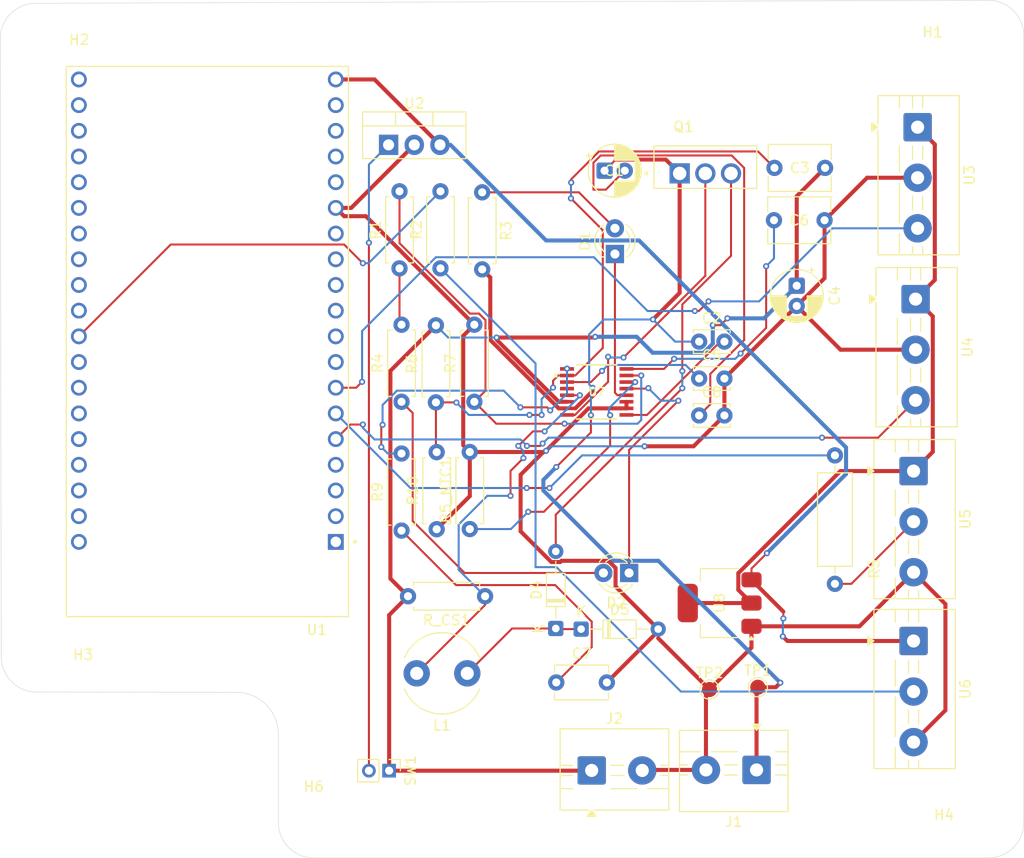
<source format=kicad_pcb>
(kicad_pcb (version 20241229) (generator "pcbnew") (generator_version "9.0")
  (layers (0 "F.Cu" signal) (2 "B.Cu" signal) (13 "F.Paste" user) (15 "B.Paste" user) (5 "F.SilkS" user "F.Silkscreen") (7 "B.SilkS" user "B.Silkscreen") (1 "F.Mask" user) (3 "B.Mask" user) (25 "Edge.Cuts" user))
  (net 0 "")
  (net 1 "/INPUT PV")
  (net 2 "Net-(C1-Pad2)")
  (net 3 "/VG")
  (net 4 "/BAT")
  (net 5 "/FB")
  (net 6 "GND")
  (net 7 "/COM3")
  (net 8 "/COM1")
  (net 9 "Net-(C7-Pad1)")
  (net 10 "Net-(D1-A)")
  (net 11 "/CHRG")
  (net 12 "Net-(D2-A)")
  (net 13 "/DONE")
  (net 14 "Net-(D4-A)")
  (net 15 "Net-(D4-K)")
  (net 16 "/CSP")
  (net 17 "/DRV")
  (net 18 "/MPPT")
  (net 19 "/GPIO18")
  (net 20 "Net-(U6-DQ)")
  (net 21 "/GPIO35")
  (net 22 "Net-(U5-S)")
  (net 23 "/TEMP")
  (net 24 "/COM2")
  (net 25 "Net-(SW1-B)")
  (net 39 "/VO")
  (net 49 "/GPIO32")
  (net 58 "/GPIO34")
  (net 61 "/3V3")
  (footprint "TerminalBlock:TerminalBlock_MaiXu_MX126-5.0-02P_1x02_P5.00mm" (layer "F.Cu") (at 152.075 109.05)
    (property "Reference" "J2")
    (property "Value" "Conn_01x02")
  )
  (footprint "Resistor_THT:R_Axial_DIN0207_L6.3mm_D2.5mm_P7.62mm_Horizontal" (layer "F.Cu") (at 133.275 85.335 90)
    (property "Reference" "R9")
    (property "Value" "120R")
  )
  (footprint "Capacitor_THT:CP_Radial_D5.0mm_P2.00mm" (layer "F.Cu") (at 172.35 61.125 -90)
    (property "Reference" "C4")
    (property "Value" "10uF")
  )
  (footprint "LED_THT:LED_D3.0mm" (layer "F.Cu") (at 155.775 89.525 180)
    (property "Reference" "D2")
    (property "Value" "LED")
  )
  (footprint "MountingHole:MountingHole_2.5mm" (layer "F.Cu") (at 97.3 97.6)
    (property "Reference" "H3")
    (property "Value" "MountingHole" (hide yes))
  )
  (footprint "Resistor_THT:R_Axial_DIN0207_L6.3mm_D2.5mm_P7.62mm_Horizontal" (layer "F.Cu") (at 137.125 59.41 90)
    (property "Reference" "R2")
    (property "Value" "4.7k")
  )
  (footprint "ESP32-DEVKITC-32D:MODULE_ESP32-DEVKITC-32D" (layer "F.Cu") (at 114.075 66.69 180)
    (property "Reference" "U1")
    (property "Value" "~" (hide yes))
  )
  (footprint "Diode_THT:D_DO-34_SOD68_P7.62mm_Horizontal" (layer "F.Cu") (at 151.03 95.075)
    (property "Reference" "D5")
    (property "Value" "1N5822")
  )
  (footprint "TerminalBlock:TerminalBlock_MaiXu_MX126-5.0-03P_1x03_P5.00mm" (layer "F.Cu") (at 184.3 45.45 -90)
    (property "Reference" "U3")
    (property "Value" "~")
  )
  (footprint "TestPoint:TestPoint_Pad_D1.5mm" (layer "F.Cu") (at 168.5 100.825)
    (property "Reference" "TP1")
    (property "Value" "INPUT_PV")
  )
  (footprint "Capacitor_THT:C_Disc_D3.4mm_W2.1mm_P2.50mm" (layer "F.Cu") (at 162.7 70.3)
    (property "Reference" "C5")
    (property "Value" "100nF" (hide yes))
  )
  (footprint "Resistor_THT:R_Axial_DIN0207_L6.3mm_D2.5mm_P7.62mm_Horizontal" (layer "F.Cu") (at 141.25 51.89 -90)
    (property "Reference" "R3")
    (property "Value" "1k")
  )
  (footprint "Capacitor_THT:C_Disc_D6.0mm_W4.4mm_P5.00mm" (layer "F.Cu") (at 175.15 49.475 180)
    (property "Reference" "C3")
    (property "Value" "3.3pF")
  )
  (footprint "MountingHole:MountingHole_2.5mm" (layer "F.Cu") (at 97.1 36.675)
    (property "Reference" "H2")
    (property "Value" "MountingHole" (hide yes))
  )
  (footprint "Connector_PinHeader_2.00mm:PinHeader_1x02_P2.00mm_Vertical" (layer "F.Cu") (at 132.05 109.075 -90)
    (property "Reference" "SW1")
    (property "Value" "SW_SPST")
  )
  (footprint "Capacitor_THT:CP_Radial_D5.0mm_P2.00mm" (layer "F.Cu") (at 153.35 49.75)
    (property "Reference" "C1")
    (property "Value" "100uF")
  )
  (footprint "Package_TO_SOT_SMD:SOT-223-3_TabPin2" (layer "F.Cu") (at 164.725 92.5 180)
    (property "Reference" "U8")
    (property "Value" "AMS1117-3.3")
  )
  (footprint "Resistor_THT:R_Axial_DIN0207_L6.3mm_D2.5mm_P7.62mm_Horizontal" (layer "F.Cu") (at 136.75 85.2 90)
    (property "Reference" "R10")
    (property "Value" "24.7k")
  )
  (footprint "TerminalBlock:TerminalBlock_MaiXu_MX126-5.0-03P_1x03_P5.00mm" (layer "F.Cu") (at 183.9 79.45 -90)
    (property "Reference" "U5")
    (property "Value" "~")
  )
  (footprint "MountingHole:MountingHole_2.5mm" (layer "F.Cu") (at 191.25 36.35)
    (property "Reference" "H1")
    (property "Value" "MountingHole" (hide yes))
  )
  (footprint "Resistor_THT:R_Axial_DIN0207_L6.3mm_D2.5mm_P7.62mm_Horizontal" (layer "F.Cu") (at 140.025 85.185 90)
    (property "Reference" "R5_NTC1")
    (property "Value" "8.2k")
  )
  (footprint "Resistor_THT:R_Axial_DIN0207_L6.3mm_D2.5mm_P7.62mm_Horizontal" (layer "F.Cu") (at 133.075 59.41 90)
    (property "Reference" "R1")
    (property "Value" "20k")
  )
  (footprint "TestPoint:TestPoint_Pad_D1.5mm" (layer "F.Cu") (at 163.725 101.05)
    (property "Reference" "TP2")
    (property "Value" "INPUT_PV_GND")
  )
  (footprint "TerminalBlock:TerminalBlock_MaiXu_MX126-5.0-02P_1x02_P5.00mm" (layer "F.Cu") (at 168.375 109 180)
    (property "Reference" "J1")
    (property "Value" "Conn_01x02")
  )
  (footprint "MountingHole:MountingHole_2.5mm" (layer "F.Cu") (at 124.6 114.1)
    (property "Reference" "H6")
    (property "Value" "MountingHole" (hide yes))
  )
  (footprint "Package_TO_SOT_THT:TO-220-3_Vertical" (layer "F.Cu") (at 131.995 47.2)
    (property "Reference" "U2")
    (property "Value" "LM7805_TO220")
  )
  (footprint "Resistor_THT:R_Axial_DIN0207_L6.3mm_D2.5mm_P7.62mm_Horizontal" (layer "F.Cu") (at 141.535 91.825 180)
    (property "Reference" "R_CS1")
    (property "Value" "0.1R")
  )
  (footprint "TerminalBlock:TerminalBlock_MaiXu_MX126-5.0-03P_1x03_P5.00mm" (layer "F.Cu") (at 184.1 62.45 -90)
    (property "Reference" "U4")
    (property "Value" "~")
  )
  (footprint "Diode_THT:D_DO-34_SOD68_P7.62mm_Horizontal" (layer "F.Cu") (at 148.525 95.015 90)
    (property "Reference" "D4")
    (property "Value" "1N5822")
  )
  (footprint "Capacitor_THT:C_Disc_D6.0mm_W4.4mm_P5.00mm" (layer "F.Cu") (at 170.1 54.65)
    (property "Reference" "C6")
    (property "Value" "470pF")
  )
  (footprint "Capacitor_THT:C_Disc_D5.1mm_W3.2mm_P5.00mm" (layer "F.Cu") (at 148.575 100.35)
    (property "Reference" "C7")
    (property "Value" "220nF")
  )
  (footprint "Capacitor_THT:C_Disc_D3.4mm_W2.1mm_P2.50mm" (layer "F.Cu") (at 162.7 66.65)
    (property "Reference" "C2")
    (property "Value" "100nF")
  )
  (footprint "Resistor_THT:R_Axial_DIN0207_L6.3mm_D2.5mm_P7.62mm_Horizontal" (layer "F.Cu") (at 133.275 72.6 90)
    (property "Reference" "R4")
    (property "Value" "1k")
  )
  (footprint "Resistor_THT:R_Axial_DIN0207_L6.3mm_D2.5mm_P7.62mm_Horizontal" (layer "F.Cu") (at 136.675 72.66 90)
    (property "Reference" "R6")
    (property "Value" "10k")
  )
  (footprint "TerminalBlock:TerminalBlock_MaiXu_MX126-5.0-03P_1x03_P5.00mm" (layer "F.Cu") (at 183.9 96.25 -90)
    (property "Reference" "U6")
    (property "Value" "~")
  )
  (footprint "MountingHole:MountingHole_2.5mm" (layer "F.Cu") (at 191.25 114.1)
    (property "Reference" "H4")
    (property "Value" "MountingHole" (hide yes))
  )
  (footprint "Resistor_THT:R_Axial_DIN0207_L6.3mm_D2.5mm_P7.62mm_Horizontal" (layer "F.Cu") (at 140.475 72.6 90)
    (property "Reference" "R7")
    (property "Value" "1k")
  )
  (footprint "Resistor_THT:R_Axial_DIN0309_L9.0mm_D3.2mm_P12.70mm_Horizontal" (layer "F.Cu") (at 176.125 77.9 -90)
    (property "Reference" "R5")
    (property "Value" "R")
  )
  (footprint "LED_THT:LED_D3.0mm" (layer "F.Cu") (at 154.375 57.99 90)
    (property "Reference" "D1")
    (property "Value" "LED")
  )
  (footprint "CN3722:SOIC16_CN3722_CNA" (layer "F.Cu") (at 152.575 71.625 180)
    (property "Reference" "U7")
    (property "Value" "~" (hide yes))
  )
  (footprint "IRFZ 44 NPBF:TO254P1016X419X2286-3" (layer "F.Cu") (at 163.3125 50.02)
    (property "Reference" "Q1")
    (property "Value" "GS66502B")
  )
  (footprint "Inductor_THT:L_Radial_D7.8mm_P5.00mm_Fastron_07HCP" (layer "F.Cu") (at 139.775 99.45 180)
    (property "Reference" "L1")
    (property "Value" "20uH")
  )
  (footprint "Capacitor_THT:C_Disc_D3.4mm_W2.1mm_P2.50mm" (layer "F.Cu") (at 162.7 73.95)
    (property "Reference" "C8")
    (property "Value" "100nF" (hide yes))
  )
  (gr_arc (start 116.92268 101.32268) (mid 119.876491 102.546189) (end 121.1 105.5) (stroke (width 0.05)) (layer "Edge.Cuts"))
  (gr_line (start 194.8 114.2) (end 194.8 36.4) (stroke (width 0.05)) (layer "Edge.Cuts"))
  (gr_arc (start 194.8 114.2) (mid 193.774874 116.674874) (end 191.3 117.7) (stroke (width 0.05)) (layer "Edge.Cuts"))
  (gr_line (start 93.6 36.7) (end 93.7 97.8) (stroke (width 0.05)) (layer "Edge.Cuts"))
  (gr_line (start 191.3 32.9) (end 97.1 33.2) (stroke (width 0.05)) (layer "Edge.Cuts"))
  (gr_arc (start 93.6 36.7) (mid 94.625126 34.225126) (end 97.1 33.2) (stroke (width 0.05)) (layer "Edge.Cuts"))
  (gr_arc (start 191.3 32.9) (mid 193.774874 33.925126) (end 194.8 36.4) (stroke (width 0.05)) (layer "Edge.Cuts"))
  (gr_arc (start 97.2 101.3) (mid 94.725126 100.274874) (end 93.7 97.8) (stroke (width 0.05)) (layer "Edge.Cuts"))
  (gr_line (start 97.2 101.3) (end 116.92268 101.32268) (stroke (width 0.05)) (layer "Edge.Cuts"))
  (gr_line (start 124.6 117.7) (end 191.3 117.7) (stroke (width 0.05)) (layer "Edge.Cuts"))
  (gr_arc (start 124.6 117.7) (mid 122.125126 116.674874) (end 121.1 114.2) (stroke (width 0.05)) (layer "Edge.Cuts"))
  (gr_line (start 121.1 105.5) (end 121.1 114.2) (stroke (width 0.05)) (layer "Edge.Cuts"))
  (segment (start 142.049999 60.309999) (end 142.049999 66.485349) (width 0.4) (layer "F.Cu") (net 1))
  (segment (start 154.45 48.65) (end 153.35 49.75) (width 0.2) (layer "F.Cu") (net 1))
  (segment (start 133.075 64.78) (end 133.275 64.98) (width 0.2) (layer "F.Cu") (net 1))
  (segment (start 170.275 100.825) (end 170.725 100.375) (width 0.4) (layer "F.Cu") (net 1))
  (segment (start 168.5 100.825) (end 170.275 100.825) (width 0.4) (layer "F.Cu") (net 1))
  (segment (start 141.25 59.51) (end 142.049999 60.309999) (width 0.4) (layer "F.Cu") (net 1))
  (segment (start 168.375 109) (end 168.375 100.95) (width 0.4) (layer "F.Cu") (net 1))
  (segment (start 142.049999 66.485349) (end 148.81465 73.25) (width 0.4) (layer "F.Cu") (net 1))
  (segment (start 148.575 79.05) (end 152 75.625) (width 0.2) (layer "F.Cu") (net 1))
  (segment (start 152.175 71.225) (end 152.175 71.53195) (width 0.2) (layer "F.Cu") (net 1))
  (segment (start 160.7725 61.82897) (end 158.138235 64.463235) (width 0.4) (layer "F.Cu") (net 1))
  (segment (start 160.7725 50.02) (end 159.4025 48.65) (width 0.4) (layer "F.Cu") (net 1))
  (segment (start 133.075 59.41) (end 133.075 64.78) (width 0.2) (layer "F.Cu") (net 1))
  (segment (start 160.7725 50.02) (end 160.7725 61.82897) (width 0.4) (layer "F.Cu") (net 1))
  (segment (start 148.81465 73.25) (end 149.6358 73.25) (width 0.4) (layer "F.Cu") (net 1))
  (segment (start 168.375 100.95) (end 168.5 100.825) (width 0.2) (layer "F.Cu") (net 1))
  (segment (start 152 75.625) (end 152 73.925) (width 0.2) (layer "F.Cu") (net 1))
  (segment (start 152.175 71.53195) (end 150.45695 73.25) (width 0.4) (layer "F.Cu") (net 1))
  (segment (start 159.4025 48.65) (end 154.45 48.65) (width 0.4) (layer "F.Cu") (net 1))
  (segment (start 150.45695 73.25) (end 149.6358 73.25) (width 0.2) (layer "F.Cu") (net 1))
  (via (at 148.575 79.05) (size 0.6) (drill 0.3) (layers "F.Cu" "B.Cu") (net 1))
  (via (at 152 73.925) (size 0.6) (drill 0.3) (layers "F.Cu" "B.Cu") (net 1))
  (via (at 158.138235 64.463235) (size 0.6) (drill 0.3) (layers "F.Cu" "B.Cu") (net 1))
  (via (at 152.175 71.225) (size 0.6) (drill 0.3) (layers "F.Cu" "B.Cu") (net 1))
  (via (at 170.725 100.375) (size 0.6) (drill 0.3) (layers "F.Cu" "B.Cu") (net 1))
  (segment (start 152 71.4) (end 152.175 71.225) (width 0.2) (layer "B.Cu") (net 1))
  (segment (start 158.138235 64.463235) (end 153.286822 64.463235) (width 0.2) (layer "B.Cu") (net 1))
  (segment (start 151.824 70.874) (end 152.175 71.225) (width 0.2) (layer "B.Cu") (net 1))
  (segment (start 153.286822 64.463235) (end 151.824 65.926057) (width 0.2) (layer "B.Cu") (net 1))
  (segment (start 147.299 81.373943) (end 147.299 80.326) (width 0.4) (layer "B.Cu") (net 1))
  (segment (start 151.824 65.926057) (end 151.824 70.874) (width 0.2) (layer "B.Cu") (net 1))
  (segment (start 147.299 80.326) (end 148.575 79.05) (width 0.4) (layer "B.Cu") (net 1))
  (segment (start 170.725 100.375) (end 158.674 88.324) (width 0.4) (layer "B.Cu") (net 1))
  (segment (start 154.249057 88.324) (end 147.299 81.373943) (width 0.4) (layer "B.Cu") (net 1))
  (segment (start 158.138235 64.463235) (end 160.325 66.65) (width 0.2) (layer "B.Cu") (net 1))
  (segment (start 152 73.925) (end 152 71.4) (width 0.2) (layer "B.Cu") (net 1))
  (segment (start 160.325 66.65) (end 162.7 66.65) (width 0.2) (layer "B.Cu") (net 1))
  (segment (start 158.674 88.324) (end 154.249057 88.324) (width 0.4) (layer "B.Cu") (net 1))
  (segment (start 163.801 69.84395) (end 163.801 72.849) (width 0.2) (layer "F.Cu") (net 2))
  (segment (start 152.249 51.625529) (end 152.249 48.96484) (width 0.2) (layer "F.Cu") (net 2))
  (segment (start 167.151 66.49395) (end 163.801 69.84395) (width 0.2) (layer "F.Cu") (net 2))
  (segment (start 155.35 49.75) (end 153.474471 51.625529) (width 0.2) (layer "F.Cu") (net 2))
  (segment (start 152.96484 48.249) (end 165.917857 48.249) (width 0.2) (layer "F.Cu") (net 2))
  (segment (start 153.474471 51.625529) (end 152.249 51.625529) (width 0.2) (layer "F.Cu") (net 2))
  (segment (start 163.801 72.849) (end 162.7 73.95) (width 0.2) (layer "F.Cu") (net 2))
  (segment (start 167.151 49.482143) (end 167.151 66.49395) (width 0.2) (layer "F.Cu") (net 2))
  (segment (start 165.917857 48.249) (end 167.151 49.482143) (width 0.2) (layer "F.Cu") (net 2))
  (segment (start 152.249 48.96484) (end 152.96484 48.249) (width 0.2) (layer "F.Cu") (net 2))
  (segment (start 157.54295 73.9) (end 164.79295 66.65) (width 0.2) (layer "F.Cu") (net 3))
  (segment (start 164.79295 66.65) (end 165.2 66.65) (width 0.2) (layer "F.Cu") (net 3))
  (segment (start 155.5142 73.9) (end 157.54295 73.9) (width 0.2) (layer "F.Cu") (net 3))
  (segment (start 132.05 93.69) (end 133.915 91.825) (width 0.4) (layer "F.Cu") (net 4))
  (segment (start 132.05 109.075) (end 132.05 93.69) (width 0.4) (layer "F.Cu") (net 4))
  (segment (start 132.05 109.075) (end 152.05 109.075) (width 0.4) (layer "F.Cu") (net 4))
  (segment (start 164.05 65.025) (end 164.825 65.025) (width 0.2) (layer "F.Cu") (net 4))
  (segment (start 152.05 109.075) (end 152.075 109.05) (width 0.2) (layer "F.Cu") (net 4))
  (segment (start 132.174 69.541) (end 136.675 65.04) (width 0.4) (layer "F.Cu") (net 4))
  (segment (start 149.6358 72.6) (end 148.81465 72.6) (width 0.4) (layer "F.Cu") (net 4))
  (segment (start 172.35 52.275) (end 172.35 61.125) (width 0.4) (layer "F.Cu") (net 4))
  (segment (start 175.15 49.475) (end 172.35 52.275) (width 0.4) (layer "F.Cu") (net 4))
  (segment (start 142.675 66.25) (end 152.35 66.25) (width 0.4) (layer "F.Cu") (net 4))
  (segment (start 148.81465 72.6) (end 142.675 66.46035) (width 0.4) (layer "F.Cu") (net 4))
  (segment (start 133.915 91.825) (end 132.174 90.084) (width 0.4) (layer "F.Cu") (net 4))
  (segment (start 164.825 65.025) (end 165.5 64.35) (width 0.2) (layer "F.Cu") (net 4))
  (segment (start 142.675 66.46035) (end 142.675 66.25) (width 0.2) (layer "F.Cu") (net 4))
  (segment (start 132.174 90.084) (end 132.174 69.541) (width 0.4) (layer "F.Cu") (net 4))
  (segment (start 152.35 66.25) (end 152.425 66.175) (width 0.2) (layer "F.Cu") (net 4))
  (via (at 164.05 65.025) (size 0.6) (drill 0.3) (layers "F.Cu" "B.Cu") (net 4))
  (via (at 142.675 66.25) (size 0.6) (drill 0.3) (layers "F.Cu" "B.Cu") (net 4))
  (via (at 165.5 64.35) (size 0.6) (drill 0.3) (layers "F.Cu" "B.Cu") (net 4))
  (via (at 152.425 66.175) (size 0.6) (drill 0.3) (layers "F.Cu" "B.Cu") (net 4))
  (via (at 136.675 65.04) (size 0.6) (drill 0.3) (layers "F.Cu" "B.Cu") (net 4))
  (segment (start 164.05 66.85705) (end 164.05 65.025) (width 0.4) (layer "B.Cu") (net 4))
  (segment (start 156.525 66.175) (end 158.101 67.751) (width 0.4) (layer "B.Cu") (net 4))
  (segment (start 165.5 64.35) (end 169.125 64.35) (width 0.4) (layer "B.Cu") (net 4))
  (segment (start 163.15605 67.751) (end 164.05 66.85705) (width 0.4) (layer "B.Cu") (net 4))
  (segment (start 152.425 66.175) (end 156.525 66.175) (width 0.4) (layer "B.Cu") (net 4))
  (segment (start 142.675 66.25) (end 137.885 66.25) (width 0.2) (layer "B.Cu") (net 4))
  (segment (start 169.125 64.35) (end 172.35 61.125) (width 0.4) (layer "B.Cu") (net 4))
  (segment (start 158.101 67.751) (end 163.15605 67.751) (width 0.4) (layer "B.Cu") (net 4))
  (segment (start 137.885 66.25) (end 136.675 65.04) (width 0.2) (layer "B.Cu") (net 4))
  (segment (start 150.45695 70) (end 153.174 67.28295) (width 0.2) (layer "F.Cu") (net 5))
  (segment (start 168.523 47.848) (end 170.15 49.475) (width 0.2) (layer "F.Cu") (net 5))
  (segment (start 149.6358 70) (end 150.45695 70) (width 0.2) (layer "F.Cu") (net 5))
  (segment (start 136.675 72.66) (end 136.675 77.505) (width 0.2) (layer "F.Cu") (net 5))
  (segment (start 148.25659 71.19341) (end 148.25659 70.51841) (width 0.2) (layer "F.Cu") (net 5))
  (segment (start 145.925 73.9) (end 147.125 73.9) (width 0.2) (layer "F.Cu") (net 5))
  (segment (start 136.675 77.505) (end 136.75 77.58) (width 0.2) (layer "F.Cu") (net 5))
  (segment (start 150.05 50.925) (end 150.05 50.59674) (width 0.2) (layer "F.Cu") (net 5))
  (segment (start 148.775 70) (end 149.6358 70) (width 0.2) (layer "F.Cu") (net 5))
  (segment (start 138.685 72.66) (end 138.7 72.675) (width 0.2) (layer "F.Cu") (net 5))
  (segment (start 153.174 55.639) (end 150.025 52.49) (width 0.2) (layer "F.Cu") (net 5))
  (segment (start 152.79874 47.848) (end 168.523 47.848) (width 0.2) (layer "F.Cu") (net 5))
  (segment (start 148.25659 70.51841) (end 148.775 70) (width 0.2) (layer "F.Cu") (net 5))
  (segment (start 153.174 67.28295) (end 153.174 55.639) (width 0.2) (layer "F.Cu") (net 5))
  (segment (start 150.05 50.59674) (end 152.79874 47.848) (width 0.2) (layer "F.Cu") (net 5))
  (segment (start 136.675 72.66) (end 138.685 72.66) (width 0.2) (layer "F.Cu") (net 5))
  (via (at 145.925 73.9) (size 0.6) (drill 0.3) (layers "F.Cu" "B.Cu") (net 5))
  (via (at 138.7 72.675) (size 0.6) (drill 0.3) (layers "F.Cu" "B.Cu") (net 5))
  (via (at 150.025 52.49) (size 0.6) (drill 0.3) (layers "F.Cu" "B.Cu") (net 5))
  (via (at 147.125 73.9) (size 0.6) (drill 0.3) (layers "F.Cu" "B.Cu") (net 5))
  (via (at 148.25659 71.19341) (size 0.6) (drill 0.3) (layers "F.Cu" "B.Cu") (net 5))
  (via (at 150.05 50.925) (size 0.6) (drill 0.3) (layers "F.Cu" "B.Cu") (net 5))
  (segment (start 147.125 73.9) (end 147.125 72.325) (width 0.2) (layer "B.Cu") (net 5))
  (segment (start 150.025 50.95) (end 150.05 50.925) (width 0.2) (layer "B.Cu") (net 5))
  (segment (start 147.125 72.325) (end 148.25659 71.19341) (width 0.2) (layer "B.Cu") (net 5))
  (segment (start 138.7 72.675) (end 139.925 73.9) (width 0.2) (layer "B.Cu") (net 5))
  (segment (start 150.025 52.49) (end 150.025 50.95) (width 0.2) (layer "B.Cu") (net 5))
  (segment (start 139.925 73.9) (end 145.925 73.9) (width 0.2) (layer "B.Cu") (net 5))
  (segment (start 140.475 64.98) (end 139.374 66.081) (width 0.4) (layer "F.Cu") (net 6))
  (segment (start 167.875 96.9) (end 163.725 101.05) (width 0.4) (layer "F.Cu") (net 6))
  (segment (start 157.125 109) (end 157.075 109.05) (width 0.2) (layer "F.Cu") (net 6))
  (segment (start 158.65 95.275) (end 158.65 95.075) (width 0.2) (layer "F.Cu") (net 6))
  (segment (start 184.3 50.45) (end 179.3 50.45) (width 0.4) (layer "F.Cu") (net 6))
  (segment (start 162.15 77) (end 157.3 77) (width 0.4) (layer "F.Cu") (net 6))
  (segment (start 140.025 77.565) (end 140.025 81.925) (width 0.4) (layer "F.Cu") (net 6))
  (segment (start 155.5142 73.25) (end 151.75695 73.25) (width 0.4) (layer "F.Cu") (net 6))
  (segment (start 179.3 50.45) (end 175.1 54.65) (width 0.4) (layer "F.Cu") (net 6))
  (segment (start 187.05 103.1) (end 187.05 92.6) (width 0.4) (layer "F.Cu") (net 6))
  (segment (start 187.05 92.6) (end 183.9 89.45) (width 0.4) (layer "F.Cu") (net 6))
  (segment (start 163.375 109) (end 157.125 109) (width 0.4) (layer "F.Cu") (net 6))
  (segment (start 163.725 101.05) (end 163.725 101.15) (width 0.2) (layer "F.Cu") (net 6))
  (segment (start 165.2 70.3) (end 165.2 73.95) (width 0.4) (layer "F.Cu") (net 6))
  (segment (start 139.374 76.914) (end 140.025 77.565) (width 0.2) (layer "F.Cu") (net 6))
  (segment (start 158.65 95.975) (end 158.65 95.075) (width 0.2) (layer "F.Cu") (net 6))
  (segment (start 153.732471 88.324) (end 149.082339 88.324) (width 0.4) (layer "F.Cu") (net 6))
  (segment (start 176.675 67.45) (end 172.35 63.125) (width 0.4) (layer "F.Cu") (net 6))
  (segment (start 147.3 77.565) (end 140.025 77.565) (width 0.4) (layer "F.Cu") (net 6))
  (segment (start 140.475 64.98) (end 129.745 54.25) (width 0.4) (layer "F.Cu") (net 6))
  (segment (start 145.049 85.405339) (end 145.049 79.816) (width 0.4) (layer "F.Cu") (net 6))
  (segment (start 151.75695 73.25) (end 147.44195 77.565) (width 0.4) (layer "F.Cu") (net 6))
  (segment (start 163.375 101.5) (end 163.375 109) (width 0.4) (layer "F.Cu") (net 6))
  (segment (start 134.535 47.2) (end 128.305 53.43) (width 0.4) (layer "F.Cu") (net 6))
  (segment (start 149.082339 88.324) (end 148.960339 88.446) (width 0.4) (layer "F.Cu") (net 6))
  (segment (start 167.875 94.8) (end 178.55 94.8) (width 0.4) (layer "F.Cu") (net 6))
  (segment (start 128.305 53.43) (end 126.775 53.43) (width 0.4) (layer "F.Cu") (net 6))
  (segment (start 158.65 95.075) (end 154.436 90.861) (width 0.4) (layer "F.Cu") (net 6))
  (segment (start 178.55 94.8) (end 183.9 89.45) (width 0.4) (layer "F.Cu") (net 6))
  (segment (start 165.2 73.95) (end 162.15 77) (width 0.4) (layer "F.Cu") (net 6))
  (segment (start 175.1 60.375) (end 172.35 63.125) (width 0.4) (layer "F.Cu") (net 6))
  (segment (start 153.575 100.35) (end 158.65 95.275) (width 0.4) (layer "F.Cu") (net 6))
  (segment (start 165.2 70.275) (end 165.2 70.3) (width 0.2) (layer "F.Cu") (net 6))
  (segment (start 129.745 54.25) (end 127.595 54.25) (width 0.4) (layer "F.Cu") (net 6))
  (segment (start 175.1 54.65) (end 175.1 60.375) (width 0.4) (layer "F.Cu") (net 6))
  (segment (start 147.44195 77.565) (end 147.3 77.565) (width 0.2) (layer "F.Cu") (net 6))
  (segment (start 172.35 63.125) (end 165.2 70.275) (width 0.4) (layer "F.Cu") (net 6))
  (segment (start 148.089661 88.446) (end 145.049 85.405339) (width 0.4) (layer "F.Cu") (net 6))
  (segment (start 154.436 90.861) (end 154.436 89.027529) (width 0.4) (layer "F.Cu") (net 6))
  (segment (start 127.595 54.25) (end 126.775 53.43) (width 0.4) (layer "F.Cu") (net 6))
  (segment (start 155.5142 72.6) (end 155.5142 73.25) (width 0.4) (layer "F.Cu") (net 6))
  (segment (start 145.049 79.816) (end 147.3 77.565) (width 0.4) (layer "F.Cu") (net 6))
  (segment (start 163.725 101.05) (end 158.65 95.975) (width 0.4) (layer "F.Cu") (net 6))
  (segment (start 140.025 81.925) (end 136.75 85.2) (width 0.4) (layer "F.Cu") (net 6))
  (segment (start 148.960339 88.446) (end 148.089661 88.446) (width 0.4) (layer "F.Cu") (net 6))
  (segment (start 163.725 101.15) (end 163.375 101.5) (width 0.2) (layer "F.Cu") (net 6))
  (segment (start 184.1 67.45) (end 176.675 67.45) (width 0.4) (layer "F.Cu") (net 6))
  (segment (start 167.875 94.8) (end 167.875 96.9) (width 0.4) (layer "F.Cu") (net 6))
  (segment (start 154.436 89.027529) (end 153.732471 88.324) (width 0.4) (layer "F.Cu") (net 6))
  (segment (start 183.9 106.25) (end 187.05 103.1) (width 0.4) (layer "F.Cu") (net 6))
  (segment (start 139.374 66.081) (end 139.374 76.914) (width 0.4) (layer "F.Cu") (net 6))
  (via (at 157.3 77) (size 0.6) (drill 0.3) (layers "F.Cu" "B.Cu") (net 6))
  (via (at 147.568976 77.447277) (size 0.6) (drill 0.3) (layers "F.Cu" "B.Cu") (net 6))
  (segment (start 157.3 77) (end 148.016253 77) (width 0.2) (layer "B.Cu") (net 6))
  (segment (start 148.016253 77) (end 147.568976 77.447277) (width 0.2) (layer "B.Cu") (net 6))
  (segment (start 149.6358 70.65) (end 152 70.65) (width 0.2) (layer "F.Cu") (net 7))
  (segment (start 152 70.65) (end 153.1 69.55) (width 0.2) (layer "F.Cu") (net 7))
  (via (at 153.1 69.55) (size 0.6) (drill 0.3) (layers "F.Cu" "B.Cu") (net 7))
  (segment (start 153.1 69.55) (end 153.69129 68.95871) (width 0.2) (layer "B.Cu") (net 7))
  (segment (start 161.35871 68.95871) (end 162.7 70.3) (width 0.2) (layer "B.Cu") (net 7))
  (segment (start 153.69129 68.95871) (end 161.35871 68.95871) (width 0.2) (layer "B.Cu") (net 7))
  (segment (start 169.325 59.2) (end 169.325 65.30147) (width 0.2) (layer "F.Cu") (net 8))
  (segment (start 169.325 65.30147) (end 166.800735 67.825735) (width 0.2) (layer "F.Cu") (net 8))
  (segment (start 160.225 68.351) (end 159.226 69.35) (width 0.2) (layer "F.Cu") (net 8))
  (segment (start 159.226 69.35) (end 155.5142 69.35) (width 0.2) (layer "F.Cu") (net 8))
  (via (at 169.325 59.2) (size 0.6) (drill 0.3) (layers "F.Cu" "B.Cu") (net 8))
  (via (at 160.225 68.351) (size 0.6) (drill 0.3) (layers "F.Cu" "B.Cu") (net 8))
  (via (at 166.800735 67.825735) (size 0.6) (drill 0.3) (layers "F.Cu" "B.Cu") (net 8))
  (segment (start 170.1 58.425) (end 169.325 59.2) (width 0.2) (layer "B.Cu") (net 8))
  (segment (start 166.27547 68.351) (end 160.225 68.351) (width 0.2) (layer "B.Cu") (net 8))
  (segment (start 166.800735 67.825735) (end 166.27547 68.351) (width 0.2) (layer "B.Cu") (net 8))
  (segment (start 170.1 54.65) (end 170.1 58.425) (width 0.2) (layer "B.Cu") (net 8))
  (segment (start 148.46516 90.724) (end 152.081 94.33984) (width 0.2) (layer "F.Cu") (net 9))
  (segment (start 152.081 94.33984) (end 152.081 96.844) (width 0.2) (layer "F.Cu") (net 9))
  (segment (start 133.275 85.335) (end 138.664 90.724) (width 0.2) (layer "F.Cu") (net 9))
  (segment (start 138.664 90.724) (end 148.46516 90.724) (width 0.2) (layer "F.Cu") (net 9))
  (segment (start 152.081 96.844) (end 148.575 100.35) (width 0.2) (layer "F.Cu") (net 9))
  (segment (start 150.815 51.89) (end 154.375 55.45) (width 0.2) (layer "F.Cu") (net 10))
  (segment (start 141.25 51.89) (end 150.815 51.89) (width 0.2) (layer "F.Cu") (net 10))
  (segment (start 154.62285 71.95) (end 155.5142 71.95) (width 0.2) (layer "F.Cu") (net 11))
  (segment (start 154.375 57.99) (end 154.375 71.70215) (width 0.2) (layer "F.Cu") (net 11))
  (segment (start 154.375 71.70215) (end 154.62285 71.95) (width 0.2) (layer "F.Cu") (net 11))
  (segment (start 153.235 89.525) (end 139.51795 89.525) (width 0.2) (layer "F.Cu") (net 12))
  (segment (start 134.376 84.38305) (end 134.376 73.701) (width 0.2) (layer "F.Cu") (net 12))
  (segment (start 134.376 73.701) (end 133.275 72.6) (width 0.2) (layer "F.Cu") (net 12))
  (segment (start 139.51795 89.525) (end 134.376 84.38305) (width 0.2) (layer "F.Cu") (net 12))
  (segment (start 155.775 89.525) (end 155.775 77.36501) (width 0.2) (layer "F.Cu") (net 13))
  (segment (start 155.775 77.36501) (end 160.645005 72.495005) (width 0.2) (layer "F.Cu") (net 13))
  (segment (start 157.625 71.3) (end 155.5142 71.3) (width 0.2) (layer "F.Cu") (net 13))
  (segment (start 157.675 71.25) (end 157.625 71.3) (width 0.2) (layer "F.Cu") (net 13))
  (via (at 160.645005 72.495005) (size 0.6) (drill 0.3) (layers "F.Cu" "B.Cu") (net 13))
  (via (at 157.675 71.25) (size 0.6) (drill 0.3) (layers "F.Cu" "B.Cu") (net 13))
  (segment (start 158.920005 72.495005) (end 157.675 71.25) (width 0.2) (layer "B.Cu") (net 13))
  (segment (start 160.645005 72.495005) (end 158.920005 72.495005) (width 0.2) (layer "B.Cu") (net 13))
  (segment (start 161.03471 62.98239) (end 161.03471 69.55971) (width 0.2) (layer "F.Cu") (net 14))
  (segment (start 165.8525 50.02) (end 165.8525 58.1646) (width 0.2) (layer "F.Cu") (net 14))
  (segment (start 148.525 83.76648) (end 148.525 87.395) (width 0.2) (layer "F.Cu") (net 14))
  (segment (start 161.03324 71.25824) (end 148.525 83.76648) (width 0.2) (layer "F.Cu") (net 14))
  (segment (start 165.8525 58.1646) (end 161.03471 62.98239) (width 0.2) (layer "F.Cu") (net 14))
  (via (at 161.03471 69.55971) (size 0.6) (drill 0.3) (layers "F.Cu" "B.Cu") (net 14))
  (via (at 161.03324 71.25824) (size 0.6) (drill 0.3) (layers "F.Cu" "B.Cu") (net 14))
  (segment (start 161.03471 71.25677) (end 161.03324 71.25824) (width 0.2) (layer "B.Cu") (net 14))
  (segment (start 161.03471 69.55971) (end 161.03471 71.25677) (width 0.2) (layer "B.Cu") (net 14))
  (segment (start 148.585 95.075) (end 148.525 95.015) (width 0.2) (layer "F.Cu") (net 15))
  (segment (start 144.21 95.015) (end 148.525 95.015) (width 0.2) (layer "F.Cu") (net 15))
  (segment (start 151.03 95.075) (end 148.585 95.075) (width 0.2) (layer "F.Cu") (net 15))
  (segment (start 139.775 99.45) (end 144.21 95.015) (width 0.2) (layer "F.Cu") (net 15))
  (segment (start 144.05 81.9) (end 144.05 79.44) (width 0.2) (layer "F.Cu") (net 16))
  (segment (start 141.535 92.69) (end 141.535 91.825) (width 0.2) (layer "F.Cu") (net 16))
  (segment (start 150.90421 71.95421) (end 149.64001 71.95421) (width 0.2) (layer "F.Cu") (net 16))
  (segment (start 134.775 99.45) (end 141.535 92.69) (width 0.2) (layer "F.Cu") (net 16))
  (segment (start 146.266473 75.525) (end 147.425 75.525) (width 0.2) (layer "F.Cu") (net 16))
  (segment (start 144.05 79.44) (end 145.325 78.165) (width 0.2) (layer "F.Cu") (net 16))
  (segment (start 144.826473 76.965) (end 146.266473 75.525) (width 0.2) (layer "F.Cu") (net 16))
  (segment (start 149.64001 71.95421) (end 149.6358 71.95) (width 0.2) (layer "F.Cu") (net 16))
  (via (at 144.826473 76.965) (size 0.6) (drill 0.3) (layers "F.Cu" "B.Cu") (net 16))
  (via (at 150.90421 71.95421) (size 0.6) (drill 0.3) (layers "F.Cu" "B.Cu") (net 16))
  (via (at 147.425 75.525) (size 0.6) (drill 0.3) (layers "F.Cu" "B.Cu") (net 16))
  (via (at 145.325 78.165) (size 0.6) (drill 0.3) (layers "F.Cu" "B.Cu") (net 16))
  (via (at 144.05 81.9) (size 0.6) (drill 0.3) (layers "F.Cu" "B.Cu") (net 16))
  (segment (start 138.924 84.72895) (end 141.75295 81.9) (width 0.2) (layer "B.Cu") (net 16))
  (segment (start 150.90421 72.04579) (end 150.90421 71.95421) (width 0.2) (layer "B.Cu") (net 16))
  (segment (start 141.75295 81.9) (end 144.05 81.9) (width 0.2) (layer "B.Cu") (net 16))
  (segment (start 147.425 75.525) (end 150.90421 72.04579) (width 0.2) (layer "B.Cu") (net 16))
  (segment (start 138.924 89.214) (end 138.924 84.72895) (width 0.2) (layer "B.Cu") (net 16))
  (segment (start 145.325 77.463527) (end 144.826473 76.965) (width 0.2) (layer "B.Cu") (net 16))
  (segment (start 145.325 78.165) (end 145.325 77.463527) (width 0.2) (layer "B.Cu") (net 16))
  (segment (start 141.535 91.825) (end 138.924 89.214) (width 0.2) (layer "B.Cu") (net 16))
  (segment (start 153.7 70.625) (end 150.425 73.9) (width 0.2) (layer "F.Cu") (net 17))
  (segment (start 153.7 68.15) (end 153.7 70.625) (width 0.2) (layer "F.Cu") (net 17))
  (segment (start 163.3125 50.02) (end 163.3125 60.1375) (width 0.2) (layer "F.Cu") (net 17))
  (segment (start 150.425 73.9) (end 149.6358 73.9) (width 0.2) (layer "F.Cu") (net 17))
  (segment (start 163.3125 60.1375) (end 155.225 68.225) (width 0.2) (layer "F.Cu") (net 17))
  (via (at 153.7 68.15) (size 0.6) (drill 0.3) (layers "F.Cu" "B.Cu") (net 17))
  (via (at 155.225 68.225) (size 0.6) (drill 0.3) (layers "F.Cu" "B.Cu") (net 17))
  (segment (start 153.775 68.225) (end 153.7 68.15) (width 0.2) (layer "B.Cu") (net 17))
  (segment (start 155.225 68.225) (end 153.775 68.225) (width 0.2) (layer "B.Cu") (net 17))
  (segment (start 140.03695 63.879) (end 140.93105 63.879) (width 0.2) (layer "F.Cu") (net 18))
  (segment (start 140.93105 63.879) (end 141.576 64.52395) (width 0.2) (layer "F.Cu") (net 18))
  (segment (start 156.975 70) (end 155.5142 70) (width 0.2) (layer "F.Cu") (net 18))
  (segment (start 133.075 51.79) (end 133.075 56.91705) (width 0.2) (layer "F.Cu") (net 18))
  (segment (start 140.475 72.6) (end 142.64171 74.76671) (width 0.2) (layer "F.Cu") (net 18))
  (segment (start 133.075 56.91705) (end 140.03695 63.879) (width 0.2) (layer "F.Cu") (net 18))
  (segment (start 142.64171 74.76671) (end 149.39171 74.76671) (width 0.2) (layer "F.Cu") (net 18))
  (segment (start 141.576 71.499) (end 140.475 72.6) (width 0.2) (layer "F.Cu") (net 18))
  (segment (start 141.576 64.52395) (end 141.576 71.499) (width 0.2) (layer "F.Cu") (net 18))
  (via (at 156.975 70) (size 0.6) (drill 0.3) (layers "F.Cu" "B.Cu") (net 18))
  (via (at 149.39171 74.76671) (size 0.6) (drill 0.3) (layers "F.Cu" "B.Cu") (net 18))
  (segment (start 149.39171 74.76671) (end 156.60829 74.76671) (width 0.2) (layer "B.Cu") (net 18))
  (segment (start 156.975 74.4) (end 156.975 70) (width 0.2) (layer "B.Cu") (net 18))
  (segment (start 156.60829 74.76671) (end 156.975 74.4) (width 0.2) (layer "B.Cu") (net 18))
  (segment (start 101.375 66.13) (end 110.454 57.051) (width 0.2) (layer "F.Cu") (net 19))
  (segment (start 127.601 57.051) (end 129.45 58.9) (width 0.2) (layer "F.Cu") (net 19))
  (segment (start 110.454 57.051) (end 127.601 57.051) (width 0.2) (layer "F.Cu") (net 19))
  (via (at 129.45 58.9) (size 0.6) (drill 0.3) (layers "F.Cu" "B.Cu") (net 19))
  (segment (start 129.45 58.9) (end 130.015 58.9) (width 0.2) (layer "B.Cu") (net 19))
  (segment (start 130.015 58.9) (end 137.125 51.79) (width 0.2) (layer "B.Cu") (net 19))
  (segment (start 160.893661 101.25) (end 148.593661 88.95) (width 0.2) (layer "B.Cu") (net 20))
  (segment (start 183.9 101.25) (end 160.893661 101.25) (width 0.2) (layer "B.Cu") (net 20))
  (segment (start 146.525 88.95) (end 146.525 68.81) (width 0.2) (layer "B.Cu") (net 20))
  (segment (start 148.593661 88.95) (end 146.525 88.95) (width 0.2) (layer "B.Cu") (net 20))
  (segment (start 146.525 68.81) (end 137.125 59.41) (width 0.2) (layer "B.Cu") (net 20))
  (segment (start 147.9 81.125) (end 145.65 81.125) (width 0.2) (layer "F.Cu") (net 21))
  (via (at 147.9 81.125) (size 0.6) (drill 0.3) (layers "F.Cu" "B.Cu") (net 21))
  (via (at 145.65 81.125) (size 0.6) (drill 0.3) (layers "F.Cu" "B.Cu") (net 21))
  (segment (start 176.125 77.9) (end 151.125 77.9) (width 0.2) (layer "B.Cu") (net 21))
  (segment (start 145.65 81.125) (end 134.15 81.125) (width 0.2) (layer "B.Cu") (net 21))
  (segment (start 151.125 77.9) (end 147.9 81.125) (width 0.2) (layer "B.Cu") (net 21))
  (segment (start 134.15 81.125) (end 126.775 73.75) (width 0.2) (layer "B.Cu") (net 21))
  (segment (start 176.125 90.6) (end 177.75 90.6) (width 0.2) (layer "F.Cu") (net 22))
  (segment (start 177.75 90.6) (end 183.9 84.45) (width 0.2) (layer "F.Cu") (net 22))
  (segment (start 145.8 83.475) (end 147.35 83.475) (width 0.2) (layer "F.Cu") (net 23))
  (segment (start 147.35 83.475) (end 153.9 76.925) (width 0.2) (layer "F.Cu") (net 23))
  (segment (start 153.9 76.925) (end 153.9 73.925) (width 0.2) (layer "F.Cu") (net 23))
  (segment (start 155.515988 70.651788) (end 155.5142 70.65) (width 0.2) (layer "F.Cu") (net 23))
  (segment (start 156.375 70.651788) (end 155.515988 70.651788) (width 0.2) (layer "F.Cu") (net 23))
  (via (at 145.8 83.475) (size 0.6) (drill 0.3) (layers "F.Cu" "B.Cu") (net 23))
  (via (at 153.9 73.925) (size 0.6) (drill 0.3) (layers "F.Cu" "B.Cu") (net 23))
  (via (at 156.375 70.651788) (size 0.6) (drill 0.3) (layers "F.Cu" "B.Cu") (net 23))
  (segment (start 140.025 85.185) (end 144.09 85.185) (width 0.2) (layer "B.Cu") (net 23))
  (segment (start 153.9 73.925) (end 153.775 73.8) (width 0.2) (layer "B.Cu") (net 23))
  (segment (start 153.775 73.8) (end 153.775 73.251788) (width 0.2) (layer "B.Cu") (net 23))
  (segment (start 153.775 73.251788) (end 156.375 70.651788) (width 0.2) (layer "B.Cu") (net 23))
  (segment (start 144.09 85.185) (end 145.8 83.475) (width 0.2) (layer "B.Cu") (net 23))
  (segment (start 131.275 77.075) (end 131.275 75) (width 0.2) (layer "F.Cu") (net 24))
  (segment (start 131.275 75) (end 131.4 74.875) (width 0.2) (layer "F.Cu") (net 24))
  (segment (start 147.675 73.15) (end 147.975 73.45) (width 0.2) (layer "F.Cu") (net 24))
  (segment (start 145.025 73.15) (end 147.675 73.15) (width 0.2) (layer "F.Cu") (net 24))
  (via (at 131.4 74.875) (size 0.6) (drill 0.3) (layers "F.Cu" "B.Cu") (net 24))
  (via (at 131.275 77.075) (size 0.6) (drill 0.3) (layers "F.Cu" "B.Cu") (net 24))
  (via (at 149.6358 69.322198) (size 0.6) (drill 0.3) (layers "F.Cu" "B.Cu") (net 24))
  (via (at 145.025 73.15) (size 0.6) (drill 0.3) (layers "F.Cu" "B.Cu") (net 24))
  (via (at 147.975 73.45) (size 0.6) (drill 0.3) (layers "F.Cu" "B.Cu") (net 24))
  (segment (start 133.275 77.715) (end 131.915 77.715) (width 0.2) (layer "B.Cu") (net 24))
  (segment (start 131.915 77.715) (end 131.275 77.075) (width 0.2) (layer "B.Cu") (net 24))
  (segment (start 131.4 72.91795) (end 132.81895 71.499) (width 0.2) (layer "B.Cu") (net 24))
  (segment (start 143.374 71.499) (end 145.025 73.15) (width 0.2) (layer "B.Cu") (net 24))
  (segment (start 149.6358 71.7892) (end 149.6358 69.322198) (width 0.2) (layer "B.Cu") (net 24))
  (segment (start 132.81895 71.499) (end 143.374 71.499) (width 0.2) (layer "B.Cu") (net 24))
  (segment (start 131.4 74.875) (end 131.4 72.91795) (width 0.2) (layer "B.Cu") (net 24))
  (segment (start 147.975 73.45) (end 149.6358 71.7892) (width 0.2) (layer "B.Cu") (net 24))
  (segment (start 130.05 109.075) (end 130.05 56.875) (width 0.2) (layer "F.Cu") (net 25))
  (via (at 130.05 56.875) (size 0.6) (drill 0.3) (layers "F.Cu" "B.Cu") (net 25))
  (segment (start 130.05 49.145) (end 131.995 47.2) (width 0.2) (layer "B.Cu") (net 25))
  (segment (start 130.05 56.875) (end 130.05 49.145) (width 0.2) (layer "B.Cu") (net 25))
  (segment (start 137.075 47.2) (end 130.605 40.73) (width 0.4) (layer "F.Cu") (net 39))
  (segment (start 130.605 40.73) (end 126.775 40.73) (width 0.4) (layer "F.Cu") (net 39))
  (segment (start 167.875 90.2) (end 167.875 89.092522) (width 0.2) (layer "F.Cu") (net 39))
  (segment (start 183.9 96.25) (end 171.425 96.25) (width 0.4) (layer "F.Cu") (net 39))
  (segment (start 167.875 89.092522) (end 169.396261 87.571261) (width 0.2) (layer "F.Cu") (net 39))
  (segment (start 171.425 96.25) (end 170.975 95.8) (width 0.4) (layer "F.Cu") (net 39))
  (segment (start 171.025 93.35) (end 167.875 90.2) (width 0.4) (layer "F.Cu") (net 39))
  (segment (start 171.025 94.025) (end 171.025 93.35) (width 0.2) (layer "F.Cu") (net 39))
  (via (at 171.025 94.025) (size 0.6) (drill 0.3) (layers "F.Cu" "B.Cu") (net 39))
  (via (at 170.975 95.8) (size 0.6) (drill 0.3) (layers "F.Cu" "B.Cu") (net 39))
  (via (at 169.396261 87.571261) (size 0.6) (drill 0.3) (layers "F.Cu" "B.Cu") (net 39))
  (segment (start 169.396261 87.571261) (end 177.226 79.741522) (width 0.4) (layer "B.Cu") (net 39))
  (segment (start 177.226 79.741522) (end 177.226 77.11895) (width 0.4) (layer "B.Cu") (net 39))
  (segment (start 177.226 77.11895) (end 156.75805 56.651) (width 0.4) (layer "B.Cu") (net 39))
  (segment (start 170.975 94.075) (end 171.025 94.025) (width 0.2) (layer "B.Cu") (net 39))
  (segment (start 156.75805 56.651) (end 147.56805 56.651) (width 0.4) (layer "B.Cu") (net 39))
  (segment (start 138.11705 47.2) (end 137.075 47.2) (width 0.2) (layer "B.Cu") (net 39))
  (segment (start 170.975 95.8) (end 170.975 94.075) (width 0.2) (layer "B.Cu") (net 39))
  (segment (start 147.56805 56.651) (end 138.11705 47.2) (width 0.4) (layer "B.Cu") (net 39))
  (segment (start 162.275 63.625) (end 162.675 63.625) (width 0.2) (layer "F.Cu") (net 49))
  (segment (start 162.675 63.625) (end 163.62779 62.67221) (width 0.2) (layer "F.Cu") (net 49))
  (segment (start 128.79 71.21) (end 129.375 70.625) (width 0.2) (layer "F.Cu") (net 49))
  (segment (start 126.775 71.21) (end 128.79 71.21) (width 0.2) (layer "F.Cu") (net 49))
  (via (at 162.275 63.625) (size 0.6) (drill 0.3) (layers "F.Cu" "B.Cu") (net 49))
  (via (at 163.62779 62.67221) (size 0.6) (drill 0.3) (layers "F.Cu" "B.Cu") (net 49))
  (via (at 129.375 70.625) (size 0.6) (drill 0.3) (layers "F.Cu" "B.Cu") (net 49))
  (segment (start 157.608 63.625) (end 162.275 63.625) (width 0.2) (layer "B.Cu") (net 49))
  (segment (start 129.375 70.625) (end 129.375 65.60295) (width 0.2) (layer "B.Cu") (net 49))
  (segment (start 136.66895 58.309) (end 152.292 58.309) (width 0.2) (layer "B.Cu") (net 49))
  (segment (start 163.62779 62.67221) (end 168.63484 62.67221) (width 0.2) (layer "B.Cu") (net 49))
  (segment (start 152.292 58.309) (end 157.608 63.625) (width 0.2) (layer "B.Cu") (net 49))
  (segment (start 168.63484 62.67221) (end 175.85705 55.45) (width 0.2) (layer "B.Cu") (net 49))
  (segment (start 129.375 65.60295) (end 136.66895 58.309) (width 0.2) (layer "B.Cu") (net 49))
  (segment (start 175.85705 55.45) (end 184.3 55.45) (width 0.2) (layer "B.Cu") (net 49))
  (segment (start 174.85 76.15) (end 180.4 76.15) (width 0.2) (layer "F.Cu") (net 58))
  (segment (start 180.4 76.15) (end 184.1 72.45) (width 0.2) (layer "F.Cu") (net 58))
  (segment (start 128.215 74.85) (end 129.45 74.85) (width 0.2) (layer "F.Cu") (net 58))
  (segment (start 145.675 76.965) (end 146.985 76.965) (width 0.2) (layer "F.Cu") (net 58))
  (segment (start 126.775 76.29) (end 128.215 74.85) (width 0.2) (layer "F.Cu") (net 58))
  (segment (start 146.985 76.965) (end 147.225 76.725) (width 0.2) (layer "F.Cu") (net 58))
  (via (at 174.85 76.15) (size 0.6) (drill 0.3) (layers "F.Cu" "B.Cu") (net 58))
  (via (at 145.675 76.965) (size 0.6) (drill 0.3) (layers "F.Cu" "B.Cu") (net 58))
  (via (at 147.225 76.725) (size 0.6) (drill 0.3) (layers "F.Cu" "B.Cu") (net 58))
  (via (at 129.45 74.85) (size 0.6) (drill 0.3) (layers "F.Cu" "B.Cu") (net 58))
  (segment (start 147.8 76.15) (end 174.85 76.15) (width 0.2) (layer "B.Cu") (net 58))
  (segment (start 145.035 76.325) (end 145.675 76.965) (width 0.2) (layer "B.Cu") (net 58))
  (segment (start 129.45 74.85) (end 129.45 75.175) (width 0.2) (layer "B.Cu") (net 58))
  (segment (start 130.6 76.325) (end 145.035 76.325) (width 0.2) (layer "B.Cu") (net 58))
  (segment (start 129.45 75.175) (end 130.6 76.325) (width 0.2) (layer "B.Cu") (net 58))
  (segment (start 147.225 76.725) (end 147.8 76.15) (width 0.2) (layer "B.Cu") (net 58))
  (segment (start 186.001 47.151) (end 186.001 60.549) (width 0.4) (layer "F.Cu") (net 61))
  (segment (start 184.1 62.45) (end 185.801 64.151) (width 0.4) (layer "F.Cu") (net 61))
  (segment (start 185.801 64.151) (end 185.801 77.549) (width 0.4) (layer "F.Cu") (net 61))
  (segment (start 186.001 60.549) (end 184.1 62.45) (width 0.4) (layer "F.Cu") (net 61))
  (segment (start 166.574 91.199) (end 166.574 89.544992) (width 0.4) (layer "F.Cu") (net 61))
  (segment (start 161.575 92.5) (end 167.875 92.5) (width 0.4) (layer "F.Cu") (net 61))
  (segment (start 184.3 45.45) (end 186.001 47.151) (width 0.4) (layer "F.Cu") (net 61))
  (segment (start 167.875 92.5) (end 166.574 91.199) (width 0.4) (layer "F.Cu") (net 61))
  (segment (start 185.801 77.549) (end 183.9 79.45) (width 0.4) (layer "F.Cu") (net 61))
  (segment (start 166.574 89.544992) (end 176.668992 79.45) (width 0.4) (layer "F.Cu") (net 61))
  (segment (start 176.668992 79.45) (end 183.9 79.45) (width 0.4) (layer "F.Cu") (net 61))
)
</source>
